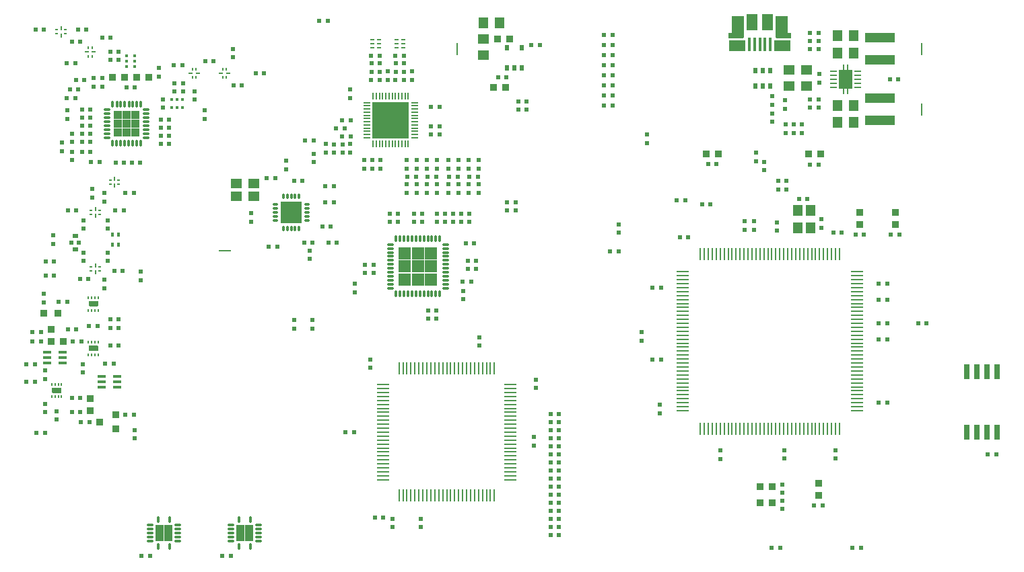
<source format=gtp>
G04 (created by PCBNEW-RS274X (2012-01-19 BZR 3256)-stable) date 12/09/2012 22:21:58*
G01*
G70*
G90*
%MOIN*%
G04 Gerber Fmt 3.4, Leading zero omitted, Abs format*
%FSLAX34Y34*%
G04 APERTURE LIST*
%ADD10C,0.006000*%
%ADD11R,0.036000X0.036000*%
%ADD12R,0.020000X0.030000*%
%ADD13R,0.047000X0.054900*%
%ADD14R,0.054900X0.047000*%
%ADD15R,0.011600X0.058900*%
%ADD16R,0.058900X0.011600*%
%ADD17R,0.015700X0.068700*%
%ADD18R,0.055900X0.081200*%
%ADD19R,0.084100X0.056900*%
%ADD20R,0.071700X0.025000*%
%ADD21R,0.062800X0.111400*%
%ADD22C,0.062800*%
%ADD23C,0.056900*%
%ADD24R,0.021700X0.031500*%
%ADD25R,0.039000X0.018000*%
%ADD26R,0.025000X0.074800*%
%ADD27R,0.006000X0.016900*%
%ADD28R,0.024000X0.007900*%
%ADD29R,0.016900X0.006000*%
%ADD30R,0.007900X0.024000*%
%ADD31R,0.007900X0.017700*%
%ADD32R,0.051000X0.007900*%
%ADD33O,0.047000X0.007900*%
%ADD34R,0.047000X0.019700*%
%ADD35O,0.043100X0.007900*%
%ADD36R,0.005900X0.007900*%
%ADD37R,0.033500X0.011000*%
%ADD38R,0.032400X0.047000*%
%ADD39R,0.011000X0.027600*%
%ADD40O,0.033500X0.011000*%
%ADD41O,0.011000X0.033500*%
%ADD42R,0.040400X0.040400*%
%ADD43O,0.011000X0.035400*%
%ADD44O,0.035400X0.011000*%
%ADD45R,0.064800X0.064800*%
%ADD46O,0.009700X0.034300*%
%ADD47O,0.034300X0.009700*%
%ADD48R,0.059200X0.059200*%
%ADD49R,0.043100X0.043100*%
%ADD50O,0.031500X0.011000*%
%ADD51O,0.011000X0.031500*%
%ADD52R,0.052000X0.052000*%
%ADD53R,0.145300X0.047000*%
%ADD54R,0.015700X0.019700*%
%ADD55R,0.027600X0.019700*%
%ADD56R,0.019700X0.023600*%
%ADD57R,0.016100X0.013000*%
%ADD58R,0.013000X0.016100*%
%ADD59R,0.021700X0.009800*%
%ADD60R,0.056500X0.045100*%
%ADD61R,0.045100X0.056500*%
%ADD62R,0.034000X0.034000*%
%ADD63R,0.022000X0.020000*%
%ADD64R,0.020000X0.022000*%
%ADD65R,0.010000X0.059800*%
%ADD66R,0.059800X0.010000*%
G04 APERTURE END LIST*
G54D10*
G54D11*
X37600Y-41650D03*
X37600Y-42350D03*
X36800Y-42000D03*
X34050Y-36600D03*
X34750Y-36600D03*
X34400Y-37400D03*
G54D12*
X56975Y-24450D03*
X57725Y-24450D03*
X56975Y-23450D03*
X57350Y-24450D03*
X57725Y-23450D03*
G54D13*
X72015Y-32383D03*
X71385Y-31517D03*
X72015Y-31517D03*
X71385Y-32383D03*
G54D14*
X43567Y-30815D03*
X44433Y-30185D03*
X44433Y-30815D03*
X43567Y-30185D03*
G54D15*
X56362Y-39350D03*
X56165Y-39350D03*
X55969Y-39350D03*
X55772Y-39350D03*
X55575Y-39350D03*
X55378Y-39350D03*
X55181Y-39350D03*
X54984Y-39350D03*
X54787Y-39350D03*
X54591Y-39350D03*
X54394Y-39350D03*
X54197Y-39350D03*
X54000Y-39350D03*
X53803Y-39350D03*
X53606Y-39350D03*
X53409Y-39350D03*
X53213Y-39350D03*
X53016Y-39350D03*
X52819Y-39350D03*
X52622Y-39350D03*
X52425Y-39350D03*
X52228Y-39350D03*
X52031Y-39350D03*
X51835Y-39350D03*
X51638Y-39350D03*
G54D16*
X50850Y-40138D03*
X50850Y-40335D03*
X50850Y-40531D03*
X50850Y-40728D03*
X50850Y-40925D03*
X50850Y-41122D03*
X50850Y-41319D03*
X50850Y-41516D03*
X50850Y-41713D03*
X50850Y-41909D03*
X50850Y-42106D03*
X50850Y-42303D03*
X50850Y-42500D03*
X50850Y-42697D03*
X50850Y-42894D03*
X50850Y-43091D03*
X50850Y-43287D03*
X50850Y-43484D03*
X50850Y-43681D03*
X50850Y-43878D03*
X50850Y-44075D03*
X50850Y-44272D03*
X50850Y-44469D03*
X50850Y-44665D03*
X50850Y-44862D03*
G54D15*
X51638Y-45650D03*
X51835Y-45650D03*
X52031Y-45650D03*
X52228Y-45650D03*
X52425Y-45650D03*
X52622Y-45650D03*
X52819Y-45650D03*
X53016Y-45650D03*
X53213Y-45650D03*
X53409Y-45650D03*
X53606Y-45650D03*
X53803Y-45650D03*
X54000Y-45650D03*
X54197Y-45650D03*
X54394Y-45650D03*
X54591Y-45650D03*
X54787Y-45650D03*
X54984Y-45650D03*
X55181Y-45650D03*
X55378Y-45650D03*
X55575Y-45650D03*
X55772Y-45650D03*
X55969Y-45650D03*
X56165Y-45650D03*
X56362Y-45650D03*
G54D16*
X57150Y-44862D03*
X57150Y-44665D03*
X57150Y-44469D03*
X57150Y-44272D03*
X57150Y-44075D03*
X57150Y-43878D03*
X57150Y-43681D03*
X57150Y-43484D03*
X57150Y-43287D03*
X57150Y-43091D03*
X57150Y-42894D03*
X57150Y-42697D03*
X57150Y-42500D03*
X57150Y-42303D03*
X57150Y-42106D03*
X57150Y-41909D03*
X57150Y-41713D03*
X57150Y-41516D03*
X57150Y-41319D03*
X57150Y-41122D03*
X57150Y-40925D03*
X57150Y-40728D03*
X57150Y-40531D03*
X57150Y-40335D03*
X57150Y-40138D03*
G54D17*
X70012Y-23281D03*
X69756Y-23281D03*
X69500Y-23281D03*
X69244Y-23281D03*
X68988Y-23281D03*
G54D18*
X69879Y-22156D03*
X69121Y-22156D03*
G54D19*
X70614Y-23340D03*
X68386Y-23340D03*
G54D20*
X70676Y-22827D03*
X68324Y-22827D03*
G54D21*
X70583Y-22394D03*
X68417Y-22394D03*
G54D22*
X70583Y-22169D03*
X68417Y-22169D03*
G54D23*
X70479Y-23339D03*
X68521Y-23339D03*
G54D24*
X70024Y-24566D03*
X69650Y-24566D03*
X69276Y-24566D03*
X69276Y-25334D03*
X69650Y-25334D03*
X70024Y-25334D03*
G54D25*
X34205Y-38540D03*
X34205Y-38800D03*
X34205Y-39060D03*
X34995Y-39060D03*
X34995Y-38800D03*
X34995Y-38540D03*
X37695Y-40260D03*
X37695Y-40000D03*
X37695Y-39740D03*
X36905Y-39740D03*
X36905Y-40000D03*
X36905Y-40260D03*
G54D26*
X81250Y-39500D03*
X80750Y-39500D03*
X80250Y-39500D03*
X79750Y-39500D03*
X79750Y-42500D03*
X80250Y-42500D03*
X80750Y-42500D03*
X81250Y-42500D03*
G54D27*
X43098Y-24489D03*
G54D28*
X42823Y-24700D03*
G54D27*
X42902Y-24911D03*
X43098Y-24911D03*
G54D28*
X43177Y-24700D03*
G54D27*
X42902Y-24489D03*
X36448Y-23439D03*
G54D28*
X36173Y-23650D03*
G54D27*
X36252Y-23861D03*
X36448Y-23861D03*
G54D28*
X36527Y-23650D03*
G54D27*
X36252Y-23439D03*
X41402Y-24911D03*
G54D28*
X41677Y-24700D03*
G54D27*
X41598Y-24489D03*
X41402Y-24489D03*
G54D28*
X41323Y-24700D03*
G54D27*
X41598Y-24911D03*
G54D29*
X34689Y-22552D03*
G54D30*
X34900Y-22827D03*
G54D29*
X35111Y-22748D03*
X35111Y-22552D03*
G54D30*
X34900Y-22473D03*
G54D29*
X34689Y-22748D03*
X36389Y-31502D03*
G54D30*
X36600Y-31777D03*
G54D29*
X36811Y-31698D03*
X36811Y-31502D03*
G54D30*
X36600Y-31423D03*
G54D29*
X36389Y-31698D03*
X36811Y-34498D03*
G54D30*
X36600Y-34223D03*
G54D29*
X36389Y-34302D03*
X36389Y-34498D03*
G54D30*
X36600Y-34577D03*
G54D29*
X36811Y-34302D03*
X37761Y-30198D03*
G54D30*
X37550Y-29923D03*
G54D29*
X37339Y-30002D03*
X37339Y-30198D03*
G54D30*
X37550Y-30277D03*
G54D29*
X37761Y-30002D03*
G54D31*
X36264Y-36455D03*
X36421Y-36455D03*
X36579Y-36455D03*
X36736Y-36455D03*
X36736Y-35845D03*
X36579Y-35845D03*
X36421Y-35845D03*
X36264Y-35845D03*
G54D32*
X36500Y-36150D03*
G54D33*
X36500Y-36052D03*
G54D34*
X36500Y-36150D03*
G54D35*
X36520Y-36248D03*
G54D36*
X36333Y-36248D03*
G54D31*
X34454Y-40745D03*
X34611Y-40745D03*
X34769Y-40745D03*
X34926Y-40745D03*
X34926Y-40135D03*
X34769Y-40135D03*
X34611Y-40135D03*
X34454Y-40135D03*
G54D32*
X34690Y-40440D03*
G54D33*
X34690Y-40342D03*
G54D34*
X34690Y-40440D03*
G54D35*
X34710Y-40538D03*
G54D36*
X34523Y-40538D03*
G54D31*
X36736Y-38045D03*
X36579Y-38045D03*
X36421Y-38045D03*
X36264Y-38045D03*
X36264Y-38655D03*
X36421Y-38655D03*
X36579Y-38655D03*
X36736Y-38655D03*
G54D32*
X36500Y-38350D03*
G54D33*
X36500Y-38448D03*
G54D34*
X36500Y-38350D03*
G54D35*
X36480Y-38252D03*
G54D36*
X36667Y-38252D03*
G54D37*
X73159Y-24606D03*
X73159Y-24803D03*
X73159Y-25000D03*
X73159Y-25197D03*
X73159Y-25394D03*
X74341Y-25394D03*
X74341Y-25197D03*
X74341Y-25000D03*
X74341Y-24803D03*
X74341Y-24606D03*
G54D38*
X73912Y-25236D03*
X73912Y-24764D03*
X73588Y-24764D03*
X73588Y-25236D03*
G54D39*
X73848Y-24390D03*
X73652Y-24390D03*
X73652Y-25610D03*
X73848Y-25610D03*
G54D40*
X44679Y-47894D03*
X44679Y-47697D03*
X44679Y-47500D03*
X44679Y-47303D03*
X44679Y-47106D03*
G54D41*
X43705Y-46821D03*
G54D40*
X43321Y-47106D03*
X43321Y-47303D03*
X43321Y-47500D03*
X43321Y-47697D03*
X43321Y-47894D03*
G54D42*
X44202Y-47702D03*
X43798Y-47702D03*
X44202Y-47298D03*
X43798Y-47298D03*
G54D41*
X44295Y-46821D03*
X43705Y-48179D03*
X44295Y-48179D03*
G54D40*
X40679Y-47894D03*
X40679Y-47697D03*
X40679Y-47500D03*
X40679Y-47303D03*
X40679Y-47106D03*
G54D41*
X39705Y-46821D03*
G54D40*
X39321Y-47106D03*
X39321Y-47303D03*
X39321Y-47500D03*
X39321Y-47697D03*
X39321Y-47894D03*
G54D42*
X40202Y-47702D03*
X39798Y-47702D03*
X40202Y-47298D03*
X39798Y-47298D03*
G54D41*
X40295Y-46821D03*
X39705Y-48179D03*
X40295Y-48179D03*
G54D43*
X53658Y-32917D03*
X53461Y-32917D03*
X53264Y-32917D03*
X53067Y-32917D03*
X52870Y-32917D03*
X52673Y-32917D03*
X52477Y-32917D03*
X52280Y-32917D03*
X52083Y-32917D03*
X51886Y-32917D03*
X51689Y-32917D03*
X51492Y-32917D03*
G54D44*
X51217Y-33192D03*
X51217Y-33389D03*
X51217Y-33586D03*
X51217Y-33783D03*
X51217Y-33980D03*
X51217Y-34177D03*
X51217Y-34373D03*
X51217Y-34570D03*
X51217Y-34767D03*
X51217Y-34964D03*
X51217Y-35161D03*
X51217Y-35358D03*
G54D43*
X51492Y-35633D03*
X51689Y-35633D03*
X51886Y-35633D03*
X52083Y-35633D03*
X52280Y-35633D03*
X52477Y-35633D03*
X52673Y-35633D03*
X52870Y-35633D03*
X53067Y-35633D03*
X53264Y-35633D03*
X53461Y-35633D03*
X53658Y-35633D03*
G54D44*
X53933Y-35358D03*
X53933Y-35161D03*
X53933Y-34964D03*
X53933Y-34767D03*
X53933Y-34570D03*
X53933Y-34373D03*
X53933Y-34177D03*
X53933Y-33980D03*
X53933Y-33783D03*
X53933Y-33586D03*
X53933Y-33389D03*
X53933Y-33192D03*
G54D45*
X53225Y-33625D03*
X53225Y-34275D03*
X53225Y-34925D03*
X52575Y-33625D03*
X52575Y-34275D03*
X52575Y-34925D03*
X51925Y-33625D03*
X51925Y-34275D03*
X51925Y-34925D03*
G54D46*
X52091Y-25844D03*
X51934Y-25844D03*
X51776Y-25844D03*
X51619Y-25844D03*
X51461Y-25844D03*
X51304Y-25844D03*
X51146Y-25844D03*
X50989Y-25844D03*
X50831Y-25844D03*
X50674Y-25844D03*
X50516Y-25844D03*
X50359Y-25844D03*
G54D47*
X50044Y-26159D03*
X50044Y-26316D03*
X50044Y-26474D03*
X50044Y-26631D03*
X50044Y-26789D03*
X50044Y-26946D03*
X50044Y-27104D03*
X50044Y-27261D03*
X50044Y-27419D03*
X50044Y-27576D03*
X50044Y-27734D03*
X50044Y-27891D03*
G54D46*
X50359Y-28206D03*
X50516Y-28206D03*
X50674Y-28206D03*
X50831Y-28206D03*
X50989Y-28206D03*
X51146Y-28206D03*
X51304Y-28206D03*
X51461Y-28206D03*
X51619Y-28206D03*
X51776Y-28206D03*
X51934Y-28206D03*
X52091Y-28206D03*
G54D47*
X52406Y-27891D03*
X52406Y-27734D03*
X52406Y-27576D03*
X52406Y-27419D03*
X52406Y-27261D03*
X52406Y-27104D03*
X52406Y-26946D03*
X52406Y-26789D03*
X52406Y-26631D03*
X52406Y-26474D03*
X52406Y-26316D03*
X52406Y-26159D03*
G54D48*
X51819Y-26431D03*
X51819Y-27025D03*
X51819Y-27619D03*
X51225Y-26431D03*
X51225Y-27025D03*
X51225Y-27619D03*
X50631Y-26431D03*
X50631Y-27025D03*
X50631Y-27619D03*
G54D44*
X37185Y-26511D03*
X37185Y-26708D03*
X37185Y-26905D03*
X37185Y-27102D03*
X37185Y-27298D03*
X37185Y-27495D03*
X37185Y-27692D03*
X37185Y-27889D03*
G54D49*
X37717Y-26767D03*
X38150Y-26767D03*
X38583Y-26767D03*
X37717Y-27200D03*
X38150Y-27200D03*
X38583Y-27200D03*
X37717Y-27633D03*
X38150Y-27633D03*
X38583Y-27633D03*
G54D43*
X37461Y-28165D03*
X37658Y-28165D03*
X37855Y-28165D03*
X38052Y-28165D03*
X38248Y-28165D03*
X38445Y-28165D03*
X38642Y-28165D03*
X38839Y-28165D03*
G54D44*
X39115Y-27889D03*
X39115Y-27692D03*
X39115Y-27495D03*
X39115Y-27298D03*
X39115Y-27102D03*
X39115Y-26905D03*
X39115Y-26708D03*
X39115Y-26511D03*
G54D43*
X38839Y-26235D03*
X38642Y-26235D03*
X38445Y-26235D03*
X38268Y-26235D03*
X38052Y-26235D03*
X37855Y-26235D03*
X37678Y-26235D03*
X37461Y-26235D03*
G54D50*
X45513Y-31206D03*
X45513Y-31403D03*
X45513Y-31600D03*
X45513Y-31797D03*
X45513Y-31994D03*
G54D51*
X45906Y-32387D03*
X46103Y-32387D03*
X46300Y-32387D03*
X46497Y-32387D03*
X46694Y-32387D03*
G54D50*
X47087Y-31994D03*
X47087Y-31797D03*
X47087Y-31600D03*
X47087Y-31403D03*
X47087Y-31206D03*
G54D51*
X46694Y-30813D03*
X46497Y-30813D03*
X46300Y-30813D03*
X46103Y-30813D03*
X45906Y-30813D03*
G54D52*
X46039Y-31339D03*
X46561Y-31339D03*
X46039Y-31861D03*
X46561Y-31861D03*
G54D53*
X75450Y-27051D03*
X75450Y-25949D03*
X75450Y-24051D03*
X75450Y-22949D03*
G54D15*
X73445Y-33659D03*
X73248Y-33659D03*
X73051Y-33659D03*
X72854Y-33659D03*
X72657Y-33659D03*
X72461Y-33659D03*
X72264Y-33659D03*
X72067Y-33659D03*
X71870Y-33659D03*
X71673Y-33659D03*
X71476Y-33659D03*
X71280Y-33659D03*
X71083Y-33659D03*
X70886Y-33659D03*
X70689Y-33659D03*
X70492Y-33659D03*
X70295Y-33659D03*
X70098Y-33659D03*
X69902Y-33659D03*
X69705Y-33659D03*
X69508Y-33659D03*
X69311Y-33659D03*
X69114Y-33659D03*
X68917Y-33659D03*
X68720Y-33659D03*
X68524Y-33659D03*
X68327Y-33659D03*
X68130Y-33659D03*
X67933Y-33659D03*
X67736Y-33659D03*
X67539Y-33659D03*
X67343Y-33659D03*
X67146Y-33659D03*
X66949Y-33659D03*
X66752Y-33659D03*
X66555Y-33659D03*
G54D16*
X65669Y-34545D03*
X65669Y-34742D03*
X65669Y-34939D03*
X65669Y-35136D03*
X65669Y-35333D03*
X65669Y-35529D03*
X65669Y-35726D03*
X65669Y-35923D03*
X65669Y-36120D03*
X65669Y-36317D03*
X65669Y-36514D03*
X65669Y-36710D03*
X65669Y-36907D03*
X65669Y-37104D03*
X65669Y-37301D03*
X65669Y-37498D03*
X65669Y-37695D03*
X65669Y-37892D03*
X65669Y-38088D03*
X65669Y-38285D03*
X65669Y-38482D03*
X65669Y-38679D03*
X65669Y-38876D03*
X65669Y-39073D03*
X65669Y-39270D03*
X65669Y-39466D03*
X65669Y-39663D03*
X65669Y-39860D03*
X65669Y-40057D03*
X65669Y-40254D03*
X65669Y-40451D03*
X65669Y-40647D03*
X65669Y-40844D03*
X65669Y-41041D03*
X65669Y-41238D03*
X65669Y-41435D03*
G54D15*
X66555Y-42321D03*
X66752Y-42321D03*
X66949Y-42321D03*
X67146Y-42321D03*
X67343Y-42321D03*
X67539Y-42321D03*
X67736Y-42321D03*
X67933Y-42321D03*
X68130Y-42321D03*
X68327Y-42321D03*
X68524Y-42321D03*
X68720Y-42321D03*
X68917Y-42321D03*
X69114Y-42321D03*
X69311Y-42321D03*
X69508Y-42321D03*
X69705Y-42321D03*
X69902Y-42321D03*
X70098Y-42321D03*
X70295Y-42321D03*
X70492Y-42321D03*
X70689Y-42321D03*
X70886Y-42321D03*
X71083Y-42321D03*
X71280Y-42321D03*
X71476Y-42321D03*
X71673Y-42321D03*
X71870Y-42321D03*
X72067Y-42321D03*
X72264Y-42321D03*
X72461Y-42321D03*
X72657Y-42321D03*
X72854Y-42321D03*
X73051Y-42321D03*
X73248Y-42321D03*
X73445Y-42321D03*
G54D16*
X74331Y-41435D03*
X74331Y-41238D03*
X74331Y-41041D03*
X74331Y-40844D03*
X74331Y-40647D03*
X74331Y-40451D03*
X74331Y-40254D03*
X74331Y-40057D03*
X74331Y-39860D03*
X74331Y-39663D03*
X74331Y-39466D03*
X74331Y-39270D03*
X74331Y-39073D03*
X74331Y-38876D03*
X74331Y-38679D03*
X74331Y-38482D03*
X74331Y-38285D03*
X74331Y-38088D03*
X74331Y-37892D03*
X74331Y-37695D03*
X74331Y-37498D03*
X74331Y-37301D03*
X74331Y-37104D03*
X74331Y-36907D03*
X74331Y-36710D03*
X74331Y-36514D03*
X74331Y-36317D03*
X74331Y-36120D03*
X74331Y-35923D03*
X74331Y-35726D03*
X74331Y-35529D03*
X74331Y-35333D03*
X74331Y-35136D03*
X74331Y-34939D03*
X74331Y-34742D03*
X74331Y-34545D03*
G54D54*
X37738Y-33196D03*
X37738Y-32704D03*
X37462Y-32704D03*
X37462Y-33196D03*
G54D55*
X35600Y-32765D03*
X35600Y-33435D03*
G54D56*
X35777Y-33100D03*
X35423Y-33100D03*
G54D57*
X40910Y-26005D03*
X40650Y-26005D03*
X40390Y-26005D03*
X40390Y-26395D03*
X40650Y-26395D03*
X40910Y-26395D03*
G54D58*
X38155Y-23840D03*
X38155Y-24100D03*
X38155Y-24360D03*
X38545Y-24360D03*
X38545Y-24100D03*
X38545Y-23840D03*
G54D59*
X51508Y-23028D03*
X51508Y-23225D03*
X51508Y-23422D03*
X51842Y-23422D03*
X51842Y-23225D03*
X51842Y-23028D03*
X50308Y-23028D03*
X50308Y-23225D03*
X50308Y-23422D03*
X50642Y-23422D03*
X50642Y-23225D03*
X50642Y-23028D03*
G54D60*
X55800Y-23800D03*
X55800Y-23000D03*
X70950Y-25350D03*
X70950Y-24550D03*
G54D61*
X73350Y-22850D03*
X74150Y-22850D03*
X73350Y-23700D03*
X74150Y-23700D03*
X55800Y-22200D03*
X56600Y-22200D03*
G54D60*
X71800Y-24550D03*
X71800Y-25350D03*
G54D61*
X74150Y-26300D03*
X73350Y-26300D03*
X74150Y-27150D03*
X73350Y-27150D03*
G54D62*
X72500Y-28700D03*
X71900Y-28700D03*
X67450Y-28700D03*
X66850Y-28700D03*
X72400Y-45050D03*
X72400Y-45650D03*
X70100Y-46000D03*
X69500Y-46000D03*
X70100Y-45200D03*
X69500Y-45200D03*
X74450Y-31600D03*
X74450Y-32200D03*
X76200Y-31600D03*
X76200Y-32200D03*
X37450Y-24900D03*
X38050Y-24900D03*
X35000Y-38000D03*
X34400Y-38000D03*
X57100Y-23000D03*
X56500Y-23000D03*
X39250Y-24900D03*
X38650Y-24900D03*
X56900Y-25400D03*
X56300Y-25400D03*
X36350Y-40850D03*
X36350Y-41450D03*
G54D63*
X62500Y-32190D03*
X62500Y-32610D03*
G54D64*
X72410Y-23500D03*
X71990Y-23500D03*
X72410Y-23100D03*
X71990Y-23100D03*
X77340Y-37100D03*
X77760Y-37100D03*
X74510Y-48250D03*
X74090Y-48250D03*
G54D63*
X71190Y-27240D03*
X71190Y-27660D03*
X71590Y-27660D03*
X71590Y-27240D03*
X70750Y-26460D03*
X70750Y-26040D03*
X70790Y-27660D03*
X70790Y-27240D03*
G54D64*
X75940Y-25000D03*
X76360Y-25000D03*
X35340Y-25500D03*
X35760Y-25500D03*
X72410Y-26000D03*
X71990Y-26000D03*
G54D63*
X54075Y-30215D03*
X54075Y-30635D03*
G54D64*
X37760Y-23650D03*
X37340Y-23650D03*
X35640Y-25050D03*
X36060Y-25050D03*
X40490Y-24300D03*
X40910Y-24300D03*
G54D63*
X38850Y-34960D03*
X38850Y-34540D03*
G54D64*
X36360Y-28600D03*
X35940Y-28600D03*
G54D63*
X34950Y-28560D03*
X34950Y-28140D03*
G54D64*
X35940Y-27700D03*
X36360Y-27700D03*
X36360Y-26500D03*
X35940Y-26500D03*
X62090Y-33550D03*
X62510Y-33550D03*
G54D63*
X63650Y-37960D03*
X63650Y-37540D03*
X55575Y-30215D03*
X55575Y-30635D03*
X55075Y-30215D03*
X55075Y-30635D03*
X54575Y-30215D03*
X54575Y-30635D03*
G54D64*
X57410Y-31500D03*
X56990Y-31500D03*
X57540Y-26500D03*
X57960Y-26500D03*
X34790Y-36050D03*
X35210Y-36050D03*
G54D63*
X54075Y-29015D03*
X54075Y-29435D03*
X54575Y-29015D03*
X54575Y-29435D03*
X55075Y-29015D03*
X55075Y-29435D03*
X55575Y-29015D03*
X55575Y-29435D03*
G54D64*
X57410Y-31100D03*
X56990Y-31100D03*
X57540Y-26100D03*
X57960Y-26100D03*
G54D63*
X53525Y-29015D03*
X53525Y-29435D03*
X53025Y-29015D03*
X53025Y-29435D03*
X52525Y-29015D03*
X52525Y-29435D03*
X52025Y-29015D03*
X52025Y-29435D03*
X38550Y-42810D03*
X38550Y-42390D03*
G54D64*
X48415Y-28225D03*
X48835Y-28225D03*
X48415Y-28625D03*
X48835Y-28625D03*
G54D63*
X47350Y-36940D03*
X47350Y-37360D03*
X46450Y-36940D03*
X46450Y-37360D03*
X36000Y-31990D03*
X36000Y-32410D03*
G54D64*
X37540Y-34500D03*
X37960Y-34500D03*
G54D63*
X37050Y-30640D03*
X37050Y-31060D03*
G54D64*
X42040Y-24100D03*
X42460Y-24100D03*
G54D63*
X41500Y-25590D03*
X41500Y-26010D03*
G54D64*
X35190Y-24200D03*
X35610Y-24200D03*
G54D63*
X36450Y-30440D03*
X36450Y-30860D03*
X40500Y-25190D03*
X40500Y-25610D03*
X36000Y-34010D03*
X36000Y-33590D03*
X37200Y-33590D03*
X37200Y-34010D03*
X40950Y-25190D03*
X40950Y-25610D03*
G54D64*
X35840Y-34900D03*
X36260Y-34900D03*
X35240Y-31500D03*
X35660Y-31500D03*
G54D63*
X37050Y-34940D03*
X37050Y-35360D03*
G54D64*
X45610Y-33300D03*
X45190Y-33300D03*
G54D63*
X44300Y-31640D03*
X44300Y-32060D03*
G54D64*
X59140Y-47600D03*
X59560Y-47600D03*
X59140Y-47200D03*
X59560Y-47200D03*
X38090Y-30650D03*
X38510Y-30650D03*
X40260Y-28200D03*
X39840Y-28200D03*
X40260Y-27000D03*
X39840Y-27000D03*
X40260Y-27400D03*
X39840Y-27400D03*
X35940Y-27300D03*
X36360Y-27300D03*
X35940Y-26900D03*
X36360Y-26900D03*
X43440Y-25300D03*
X43860Y-25300D03*
X44540Y-24700D03*
X44960Y-24700D03*
G54D63*
X42000Y-26960D03*
X42000Y-26540D03*
G54D64*
X59140Y-46800D03*
X59560Y-46800D03*
X37590Y-31500D03*
X38010Y-31500D03*
X36810Y-29100D03*
X36390Y-29100D03*
G54D63*
X35450Y-29010D03*
X35450Y-28590D03*
G54D64*
X35940Y-28100D03*
X36360Y-28100D03*
G54D63*
X35450Y-27690D03*
X35450Y-28110D03*
X43400Y-23490D03*
X43400Y-23910D03*
X37200Y-31990D03*
X37200Y-32410D03*
G54D64*
X62210Y-22800D03*
X61790Y-22800D03*
X67360Y-29200D03*
X66940Y-29200D03*
X72190Y-46150D03*
X72610Y-46150D03*
X75990Y-32700D03*
X76410Y-32700D03*
X74240Y-32700D03*
X74660Y-32700D03*
G54D63*
X70600Y-45090D03*
X70600Y-45510D03*
X70600Y-45890D03*
X70600Y-46310D03*
X69200Y-32040D03*
X69200Y-32460D03*
G54D64*
X61790Y-24300D03*
X62210Y-24300D03*
X72410Y-29250D03*
X71990Y-29250D03*
G54D63*
X63900Y-28160D03*
X63900Y-27740D03*
X70100Y-27110D03*
X70100Y-26690D03*
G54D64*
X66640Y-31200D03*
X67060Y-31200D03*
X65390Y-31000D03*
X65810Y-31000D03*
G54D63*
X70100Y-26260D03*
X70100Y-25840D03*
G54D64*
X70510Y-48250D03*
X70090Y-48250D03*
G54D63*
X69700Y-29090D03*
X69700Y-29510D03*
X69300Y-28640D03*
X69300Y-29060D03*
G54D64*
X59140Y-43600D03*
X59560Y-43600D03*
X59140Y-46400D03*
X59560Y-46400D03*
X59140Y-46000D03*
X59560Y-46000D03*
X61790Y-26300D03*
X62210Y-26300D03*
X59140Y-45600D03*
X59560Y-45600D03*
X59140Y-45200D03*
X59560Y-45200D03*
X59140Y-44800D03*
X59560Y-44800D03*
X59140Y-44400D03*
X59560Y-44400D03*
X59140Y-44000D03*
X59560Y-44000D03*
X72410Y-26400D03*
X71990Y-26400D03*
X61790Y-25300D03*
X62210Y-25300D03*
X59140Y-43200D03*
X59560Y-43200D03*
X59140Y-42800D03*
X59560Y-42800D03*
X59140Y-42400D03*
X59560Y-42400D03*
X59140Y-42000D03*
X59560Y-42000D03*
X59140Y-41600D03*
X59560Y-41600D03*
X46860Y-30050D03*
X46440Y-30050D03*
X52065Y-29825D03*
X52485Y-29825D03*
G54D63*
X50675Y-24215D03*
X50675Y-24635D03*
X49925Y-29435D03*
X49925Y-29015D03*
X52025Y-30635D03*
X52025Y-30215D03*
X52525Y-30635D03*
X52525Y-30215D03*
X53025Y-30635D03*
X53025Y-30215D03*
X53525Y-30635D03*
X53525Y-30215D03*
X50275Y-24215D03*
X50275Y-24635D03*
X49225Y-28215D03*
X49225Y-28635D03*
G54D64*
X45090Y-29900D03*
X45510Y-29900D03*
G54D63*
X48025Y-28215D03*
X48025Y-28635D03*
X47400Y-28690D03*
X47400Y-29110D03*
G54D64*
X46990Y-28050D03*
X47410Y-28050D03*
X48260Y-32300D03*
X47840Y-32300D03*
X47360Y-33100D03*
X46940Y-33100D03*
G54D63*
X51475Y-24215D03*
X51475Y-24635D03*
G54D64*
X48410Y-31100D03*
X47990Y-31100D03*
X49965Y-34200D03*
X50385Y-34200D03*
X49965Y-34600D03*
X50385Y-34600D03*
X72410Y-22700D03*
X71990Y-22700D03*
X65540Y-32850D03*
X65960Y-32850D03*
X64190Y-35350D03*
X64610Y-35350D03*
X64190Y-38900D03*
X64610Y-38900D03*
G54D63*
X64550Y-41140D03*
X64550Y-41560D03*
X67540Y-43830D03*
X67540Y-43410D03*
X70700Y-43810D03*
X70700Y-43390D03*
X73250Y-43810D03*
X73250Y-43390D03*
G54D64*
X75810Y-41050D03*
X75390Y-41050D03*
X75810Y-37900D03*
X75390Y-37900D03*
X75810Y-37100D03*
X75390Y-37100D03*
X75810Y-35950D03*
X75390Y-35950D03*
G54D63*
X49225Y-25515D03*
X49225Y-25935D03*
X53525Y-31665D03*
X53525Y-32085D03*
X53925Y-31665D03*
X53925Y-32085D03*
X52375Y-31665D03*
X52375Y-32085D03*
X52775Y-31665D03*
X52775Y-32085D03*
X51575Y-31665D03*
X51575Y-32085D03*
X51175Y-31665D03*
X51175Y-32085D03*
X53075Y-36885D03*
X53075Y-36465D03*
X53475Y-36885D03*
X53475Y-36465D03*
G54D64*
X55210Y-35050D03*
X54790Y-35050D03*
G54D63*
X54800Y-35910D03*
X54800Y-35490D03*
G54D64*
X55460Y-34000D03*
X55040Y-34000D03*
X55460Y-34400D03*
X55040Y-34400D03*
X55360Y-33150D03*
X54940Y-33150D03*
G54D63*
X52275Y-24615D03*
X52275Y-25035D03*
X51075Y-24615D03*
X51075Y-25035D03*
G54D64*
X75810Y-35150D03*
X75390Y-35150D03*
X48815Y-27025D03*
X49235Y-27025D03*
X48515Y-27425D03*
X48935Y-27425D03*
X48815Y-27825D03*
X49235Y-27825D03*
G54D63*
X50725Y-29435D03*
X50725Y-29015D03*
X50325Y-29435D03*
X50325Y-29015D03*
G54D64*
X53635Y-27725D03*
X53215Y-27725D03*
X53635Y-27325D03*
X53215Y-27325D03*
X53635Y-26375D03*
X53215Y-26375D03*
X55115Y-29825D03*
X55535Y-29825D03*
X54115Y-29825D03*
X54535Y-29825D03*
G54D63*
X55125Y-31665D03*
X55125Y-32085D03*
X54725Y-31665D03*
X54725Y-32085D03*
X51875Y-24215D03*
X51875Y-24635D03*
X54325Y-31665D03*
X54325Y-32085D03*
G54D64*
X53065Y-29825D03*
X53485Y-29825D03*
X33490Y-38000D03*
X33910Y-38000D03*
X38400Y-29130D03*
X38820Y-29130D03*
X33610Y-39150D03*
X33190Y-39150D03*
X33610Y-40000D03*
X33190Y-40000D03*
G54D63*
X34100Y-41510D03*
X34100Y-41090D03*
X34680Y-41880D03*
X34680Y-41460D03*
G54D64*
X35860Y-40800D03*
X35440Y-40800D03*
G54D63*
X35970Y-39130D03*
X35970Y-39550D03*
G54D64*
X35660Y-37400D03*
X35240Y-37400D03*
X37510Y-39100D03*
X37090Y-39100D03*
G54D63*
X34100Y-39440D03*
X34100Y-39860D03*
G54D64*
X37760Y-37350D03*
X37340Y-37350D03*
X33640Y-22550D03*
X34060Y-22550D03*
X37760Y-38200D03*
X37340Y-38200D03*
X37360Y-22950D03*
X36940Y-22950D03*
G54D63*
X34050Y-35640D03*
X34050Y-36060D03*
G54D64*
X38890Y-48650D03*
X39310Y-48650D03*
X35860Y-23150D03*
X35440Y-23150D03*
X35910Y-38000D03*
X35490Y-38000D03*
X37760Y-24050D03*
X37340Y-24050D03*
X48110Y-22100D03*
X47690Y-22100D03*
X35740Y-22550D03*
X36160Y-22550D03*
X37600Y-29130D03*
X38020Y-29130D03*
G54D63*
X36500Y-24940D03*
X36500Y-25360D03*
G54D64*
X36290Y-37250D03*
X36710Y-37250D03*
G54D63*
X34500Y-32740D03*
X34500Y-33160D03*
X36950Y-25360D03*
X36950Y-24940D03*
X39750Y-24440D03*
X39750Y-24860D03*
G54D64*
X34560Y-34750D03*
X34140Y-34750D03*
X37340Y-36900D03*
X37760Y-36900D03*
X34560Y-34050D03*
X34140Y-34050D03*
G54D63*
X35200Y-26960D03*
X35200Y-26540D03*
G54D64*
X71860Y-30950D03*
X71440Y-30950D03*
X73560Y-32600D03*
X73140Y-32600D03*
G54D63*
X68750Y-32040D03*
X68750Y-32460D03*
X70350Y-32090D03*
X70350Y-32510D03*
G54D64*
X80790Y-43600D03*
X81210Y-43600D03*
G54D63*
X72450Y-24740D03*
X72450Y-25160D03*
X58300Y-43160D03*
X58300Y-42740D03*
X58400Y-39890D03*
X58400Y-40310D03*
X55600Y-37790D03*
X55600Y-38210D03*
X50200Y-38890D03*
X50200Y-39310D03*
X52700Y-47210D03*
X52700Y-46790D03*
G54D64*
X48990Y-42500D03*
X49410Y-42500D03*
G54D63*
X51300Y-47210D03*
X51300Y-46790D03*
X70400Y-30460D03*
X70400Y-30040D03*
X70800Y-30040D03*
X70800Y-30460D03*
X72550Y-31940D03*
X72550Y-32360D03*
G54D64*
X35190Y-25950D03*
X35610Y-25950D03*
X56960Y-24900D03*
X56540Y-24900D03*
X35440Y-41500D03*
X35860Y-41500D03*
X38510Y-41650D03*
X38090Y-41650D03*
X36310Y-42000D03*
X35890Y-42000D03*
X33910Y-37550D03*
X33490Y-37550D03*
X34110Y-42550D03*
X33690Y-42550D03*
X42890Y-48650D03*
X43310Y-48650D03*
X40260Y-27800D03*
X39840Y-27800D03*
G54D63*
X39950Y-25990D03*
X39950Y-26410D03*
G54D64*
X38560Y-25400D03*
X38140Y-25400D03*
X51465Y-23825D03*
X51885Y-23825D03*
X51465Y-25025D03*
X51885Y-25025D03*
X50265Y-23825D03*
X50685Y-23825D03*
X50265Y-25025D03*
X50685Y-25025D03*
X48140Y-33100D03*
X48560Y-33100D03*
G54D63*
X47200Y-33490D03*
X47200Y-33910D03*
X46050Y-29460D03*
X46050Y-29040D03*
G54D64*
X47990Y-30300D03*
X48410Y-30300D03*
G54D63*
X49450Y-35140D03*
X49450Y-35560D03*
G54D64*
X50440Y-46750D03*
X50860Y-46750D03*
X58610Y-23300D03*
X58190Y-23300D03*
X61790Y-24800D03*
X62210Y-24800D03*
X61790Y-23300D03*
X62210Y-23300D03*
X61790Y-23800D03*
X62210Y-23800D03*
X61790Y-25800D03*
X62210Y-25800D03*
G54D65*
X77500Y-23500D03*
X77500Y-26500D03*
G54D66*
X43000Y-33500D03*
G54D65*
X54500Y-23500D03*
M02*

</source>
